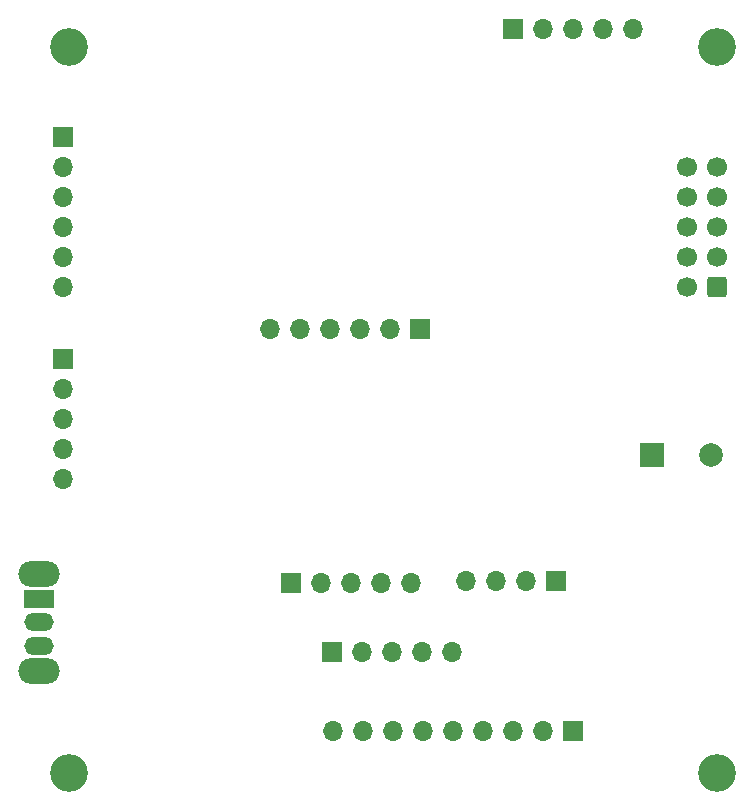
<source format=gbr>
%TF.GenerationSoftware,KiCad,Pcbnew,8.0.6*%
%TF.CreationDate,2024-11-05T15:11:29-06:00*%
%TF.ProjectId,werable_unit (1),77657261-626c-4655-9f75-6e6974202831,rev?*%
%TF.SameCoordinates,Original*%
%TF.FileFunction,Soldermask,Bot*%
%TF.FilePolarity,Negative*%
%FSLAX46Y46*%
G04 Gerber Fmt 4.6, Leading zero omitted, Abs format (unit mm)*
G04 Created by KiCad (PCBNEW 8.0.6) date 2024-11-05 15:11:29*
%MOMM*%
%LPD*%
G01*
G04 APERTURE LIST*
G04 Aperture macros list*
%AMRoundRect*
0 Rectangle with rounded corners*
0 $1 Rounding radius*
0 $2 $3 $4 $5 $6 $7 $8 $9 X,Y pos of 4 corners*
0 Add a 4 corners polygon primitive as box body*
4,1,4,$2,$3,$4,$5,$6,$7,$8,$9,$2,$3,0*
0 Add four circle primitives for the rounded corners*
1,1,$1+$1,$2,$3*
1,1,$1+$1,$4,$5*
1,1,$1+$1,$6,$7*
1,1,$1+$1,$8,$9*
0 Add four rect primitives between the rounded corners*
20,1,$1+$1,$2,$3,$4,$5,0*
20,1,$1+$1,$4,$5,$6,$7,0*
20,1,$1+$1,$6,$7,$8,$9,0*
20,1,$1+$1,$8,$9,$2,$3,0*%
G04 Aperture macros list end*
%ADD10R,1.700000X1.700000*%
%ADD11O,1.700000X1.700000*%
%ADD12C,3.200000*%
%ADD13O,3.500000X2.200000*%
%ADD14R,2.500000X1.500000*%
%ADD15O,2.500000X1.500000*%
%ADD16RoundRect,0.250000X0.600000X0.600000X-0.600000X0.600000X-0.600000X-0.600000X0.600000X-0.600000X0*%
%ADD17C,1.700000*%
%ADD18R,2.000000X2.000000*%
%ADD19C,2.000000*%
G04 APERTURE END LIST*
D10*
%TO.C,J5*%
X95986600Y-105613200D03*
D11*
X98526600Y-105613200D03*
X101066600Y-105613200D03*
X103606600Y-105613200D03*
X106146600Y-105613200D03*
%TD*%
D12*
%TO.C,H4*%
X128524000Y-115824000D03*
%TD*%
D13*
%TO.C,U7*%
X71120000Y-98992000D03*
X71120000Y-107192000D03*
D14*
X71120000Y-101092000D03*
D15*
X71120000Y-103092000D03*
X71120000Y-105092000D03*
%TD*%
D10*
%TO.C,J9*%
X103378000Y-78232000D03*
D11*
X100838000Y-78232000D03*
X98298000Y-78232000D03*
X95758000Y-78232000D03*
X93218000Y-78232000D03*
X90678000Y-78232000D03*
%TD*%
D10*
%TO.C,J2*%
X92461000Y-99720400D03*
D11*
X95001000Y-99720400D03*
X97541000Y-99720400D03*
X100081000Y-99720400D03*
X102621000Y-99720400D03*
%TD*%
D16*
%TO.C,J12*%
X128524000Y-74676000D03*
D17*
X125984000Y-74676000D03*
X128524000Y-72136000D03*
X125984000Y-72136000D03*
X128524000Y-69596000D03*
X125984000Y-69596000D03*
X128524000Y-67056000D03*
X125984000Y-67056000D03*
X128524000Y-64516000D03*
X125984000Y-64516000D03*
%TD*%
D10*
%TO.C,J1*%
X73152000Y-61976000D03*
D11*
X73152000Y-64516000D03*
X73152000Y-67056000D03*
X73152000Y-69596000D03*
X73152000Y-72136000D03*
X73152000Y-74676000D03*
%TD*%
D12*
%TO.C,H3*%
X73660000Y-115824000D03*
%TD*%
D18*
%TO.C,U4*%
X123016000Y-88900000D03*
D19*
X128016000Y-88900000D03*
%TD*%
D12*
%TO.C,H1*%
X73660000Y-54356000D03*
%TD*%
D10*
%TO.C,J13*%
X116332000Y-112268000D03*
D11*
X113792000Y-112268000D03*
X111252000Y-112268000D03*
X108712000Y-112268000D03*
X106172000Y-112268000D03*
X103632000Y-112268000D03*
X101092000Y-112268000D03*
X98552000Y-112268000D03*
X96012000Y-112268000D03*
%TD*%
D10*
%TO.C,J11*%
X73152000Y-80772000D03*
D11*
X73152000Y-83312000D03*
X73152000Y-85852000D03*
X73152000Y-88392000D03*
X73152000Y-90932000D03*
%TD*%
D12*
%TO.C,H2*%
X128524000Y-54356000D03*
%TD*%
D10*
%TO.C,J8*%
X111252000Y-52857400D03*
D11*
X113792000Y-52857400D03*
X116332000Y-52857400D03*
X118872000Y-52857400D03*
X121412000Y-52857400D03*
%TD*%
D10*
%TO.C,J3*%
X114960400Y-99568000D03*
D11*
X112420400Y-99568000D03*
X109880400Y-99568000D03*
X107340400Y-99568000D03*
%TD*%
M02*

</source>
